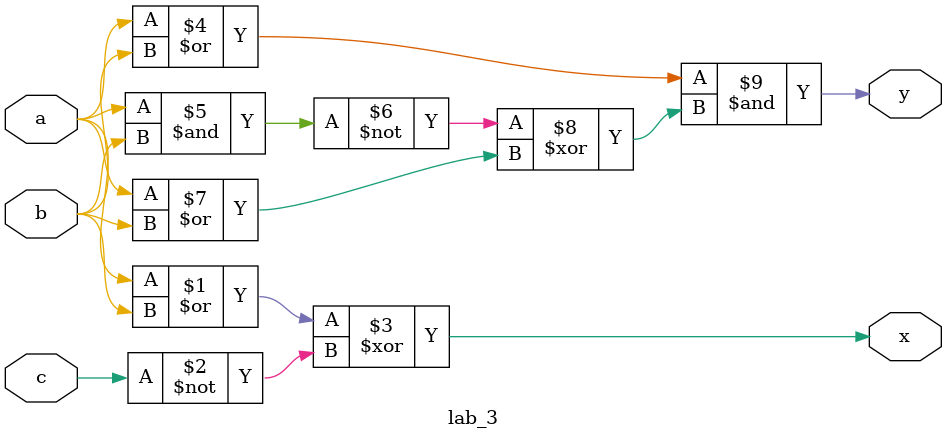
<source format=sv>
module lab_3(
input logic a,b,c,
output logic x,y
);
   assign x = ((a | b) ^ ~c);
   assign y = (a | b) & (~ (a & b) ^ (a | b));
 endmodule
</source>
